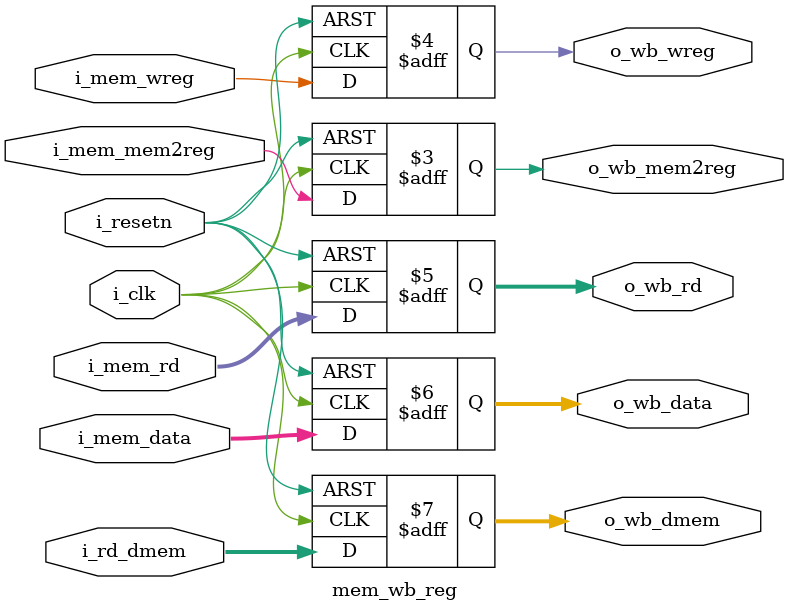
<source format=v>
`timescale 1ns / 1ps

module mem_wb_reg(
    input wire i_clk, i_resetn, 
    // Control signals from MEM stage
    input wire i_mem_mem2reg, i_mem_wreg, 
    // Data from MEM stage
    input wire [4:0] i_mem_rd,
    input wire [31:0] i_mem_data, i_rd_dmem,
    // Control signals to WB stage
    output reg o_wb_mem2reg, o_wb_wreg,
    // Data to WB stage
    output reg [4:0] o_wb_rd,
    output reg [31:0] o_wb_data, o_wb_dmem
);

    always @(posedge i_clk or negedge i_resetn)
    begin
        if(!i_resetn)
        begin
        // Control signals
        o_wb_mem2reg <= 0;
        o_wb_wreg    <= 0;
        // Data signals
        o_wb_data    <= 'b0;
        o_wb_rd      <= 'b0; 
        o_wb_dmem    <= 'b0;
        end

        else
        begin
        // Control signals
        o_wb_mem2reg <= i_mem_mem2reg;
        o_wb_wreg    <= i_mem_wreg;
        // Data signals
        o_wb_data    <= i_mem_data;
        o_wb_rd      <= i_mem_rd; 
        o_wb_dmem    <= i_rd_dmem;
        end
    end

endmodule

</source>
